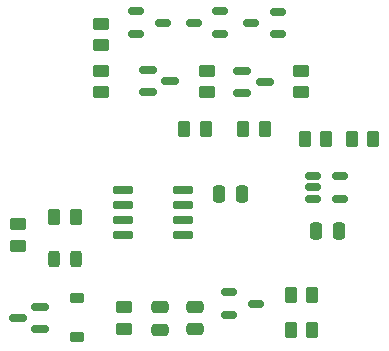
<source format=gbr>
%TF.GenerationSoftware,KiCad,Pcbnew,7.0.5*%
%TF.CreationDate,2023-09-16T15:22:35-07:00*%
%TF.ProjectId,PulseCounterI2C,50756c73-6543-46f7-956e-746572493243,rev?*%
%TF.SameCoordinates,Original*%
%TF.FileFunction,Paste,Top*%
%TF.FilePolarity,Positive*%
%FSLAX46Y46*%
G04 Gerber Fmt 4.6, Leading zero omitted, Abs format (unit mm)*
G04 Created by KiCad (PCBNEW 7.0.5) date 2023-09-16 15:22:35*
%MOMM*%
%LPD*%
G01*
G04 APERTURE LIST*
G04 Aperture macros list*
%AMRoundRect*
0 Rectangle with rounded corners*
0 $1 Rounding radius*
0 $2 $3 $4 $5 $6 $7 $8 $9 X,Y pos of 4 corners*
0 Add a 4 corners polygon primitive as box body*
4,1,4,$2,$3,$4,$5,$6,$7,$8,$9,$2,$3,0*
0 Add four circle primitives for the rounded corners*
1,1,$1+$1,$2,$3*
1,1,$1+$1,$4,$5*
1,1,$1+$1,$6,$7*
1,1,$1+$1,$8,$9*
0 Add four rect primitives between the rounded corners*
20,1,$1+$1,$2,$3,$4,$5,0*
20,1,$1+$1,$4,$5,$6,$7,0*
20,1,$1+$1,$6,$7,$8,$9,0*
20,1,$1+$1,$8,$9,$2,$3,0*%
G04 Aperture macros list end*
%ADD10RoundRect,0.250000X0.450000X-0.262500X0.450000X0.262500X-0.450000X0.262500X-0.450000X-0.262500X0*%
%ADD11RoundRect,0.150000X0.587500X0.150000X-0.587500X0.150000X-0.587500X-0.150000X0.587500X-0.150000X0*%
%ADD12RoundRect,0.150000X-0.587500X-0.150000X0.587500X-0.150000X0.587500X0.150000X-0.587500X0.150000X0*%
%ADD13RoundRect,0.250000X-0.475000X0.250000X-0.475000X-0.250000X0.475000X-0.250000X0.475000X0.250000X0*%
%ADD14RoundRect,0.243750X0.243750X0.456250X-0.243750X0.456250X-0.243750X-0.456250X0.243750X-0.456250X0*%
%ADD15RoundRect,0.250000X-0.262500X-0.450000X0.262500X-0.450000X0.262500X0.450000X-0.262500X0.450000X0*%
%ADD16RoundRect,0.150000X-0.512500X-0.150000X0.512500X-0.150000X0.512500X0.150000X-0.512500X0.150000X0*%
%ADD17RoundRect,0.250000X0.250000X0.475000X-0.250000X0.475000X-0.250000X-0.475000X0.250000X-0.475000X0*%
%ADD18RoundRect,0.150000X-0.725000X-0.150000X0.725000X-0.150000X0.725000X0.150000X-0.725000X0.150000X0*%
%ADD19RoundRect,0.250000X-0.250000X-0.475000X0.250000X-0.475000X0.250000X0.475000X-0.250000X0.475000X0*%
%ADD20RoundRect,0.250000X0.262500X0.450000X-0.262500X0.450000X-0.262500X-0.450000X0.262500X-0.450000X0*%
%ADD21RoundRect,0.225000X-0.375000X0.225000X-0.375000X-0.225000X0.375000X-0.225000X0.375000X0.225000X0*%
%ADD22RoundRect,0.150000X0.512500X0.150000X-0.512500X0.150000X-0.512500X-0.150000X0.512500X-0.150000X0*%
%ADD23RoundRect,0.250000X-0.450000X0.262500X-0.450000X-0.262500X0.450000X-0.262500X0.450000X0.262500X0*%
G04 APERTURE END LIST*
D10*
%TO.C,R10*%
X130000000Y-87912500D03*
X130000000Y-86087500D03*
%TD*%
D11*
%TO.C,Q3*%
X131875000Y-94950000D03*
X131875000Y-93050000D03*
X130000000Y-94000000D03*
%TD*%
D12*
%TO.C,Q2*%
X149000000Y-73100000D03*
X149000000Y-75000000D03*
X150875000Y-74050000D03*
%TD*%
D13*
%TO.C,C2*%
X145000000Y-93050000D03*
X145000000Y-94950000D03*
%TD*%
D14*
%TO.C,D4*%
X134937500Y-89000000D03*
X133062500Y-89000000D03*
%TD*%
D15*
%TO.C,R4*%
X144087500Y-78000000D03*
X145912500Y-78000000D03*
%TD*%
D16*
%TO.C,D1*%
X147862500Y-91850000D03*
X147862500Y-93750000D03*
X150137500Y-92800000D03*
%TD*%
D17*
%TO.C,C4*%
X157175000Y-86680000D03*
X155275000Y-86680000D03*
%TD*%
D10*
%TO.C,R6*%
X146000000Y-74912500D03*
X146000000Y-73087500D03*
%TD*%
D18*
%TO.C,U1*%
X138850000Y-83190000D03*
X138850000Y-84460000D03*
X138850000Y-85730000D03*
X138850000Y-87000000D03*
X144000000Y-87000000D03*
X144000000Y-85730000D03*
X144000000Y-84460000D03*
X144000000Y-83190000D03*
%TD*%
D19*
%TO.C,C1*%
X147050000Y-83495000D03*
X148950000Y-83495000D03*
%TD*%
D20*
%TO.C,R13*%
X160100000Y-78900000D03*
X158275000Y-78900000D03*
%TD*%
D21*
%TO.C,D5*%
X135000000Y-92350000D03*
X135000000Y-95650000D03*
%TD*%
D22*
%TO.C,D3*%
X152000000Y-70000000D03*
X152000000Y-68100000D03*
X149725000Y-69050000D03*
%TD*%
D12*
%TO.C,Q1*%
X141000000Y-73000000D03*
X141000000Y-74900000D03*
X142875000Y-73950000D03*
%TD*%
D22*
%TO.C,D2*%
X147137500Y-69950000D03*
X147137500Y-68050000D03*
X144862500Y-69000000D03*
%TD*%
D23*
%TO.C,R8*%
X137000000Y-69087500D03*
X137000000Y-70912500D03*
%TD*%
D16*
%TO.C,U2*%
X155000000Y-82000000D03*
X155000000Y-82950000D03*
X155000000Y-83900000D03*
X157275000Y-83900000D03*
X157275000Y-82000000D03*
%TD*%
D23*
%TO.C,R9*%
X137000000Y-73087500D03*
X137000000Y-74912500D03*
%TD*%
D13*
%TO.C,C3*%
X142000000Y-93100000D03*
X142000000Y-95000000D03*
%TD*%
D20*
%TO.C,R5*%
X150912500Y-78000000D03*
X149087500Y-78000000D03*
%TD*%
D10*
%TO.C,R11*%
X139000000Y-94912500D03*
X139000000Y-93087500D03*
%TD*%
D20*
%TO.C,R12*%
X156100000Y-78900000D03*
X154275000Y-78900000D03*
%TD*%
D16*
%TO.C,D6*%
X140000000Y-68050000D03*
X140000000Y-69950000D03*
X142275000Y-69000000D03*
%TD*%
D20*
%TO.C,R1*%
X134912500Y-85495000D03*
X133087500Y-85495000D03*
%TD*%
D15*
%TO.C,R2*%
X153087500Y-92050000D03*
X154912500Y-92050000D03*
%TD*%
D20*
%TO.C,R3*%
X154912500Y-95000000D03*
X153087500Y-95000000D03*
%TD*%
D10*
%TO.C,R7*%
X154000000Y-74912500D03*
X154000000Y-73087500D03*
%TD*%
M02*

</source>
